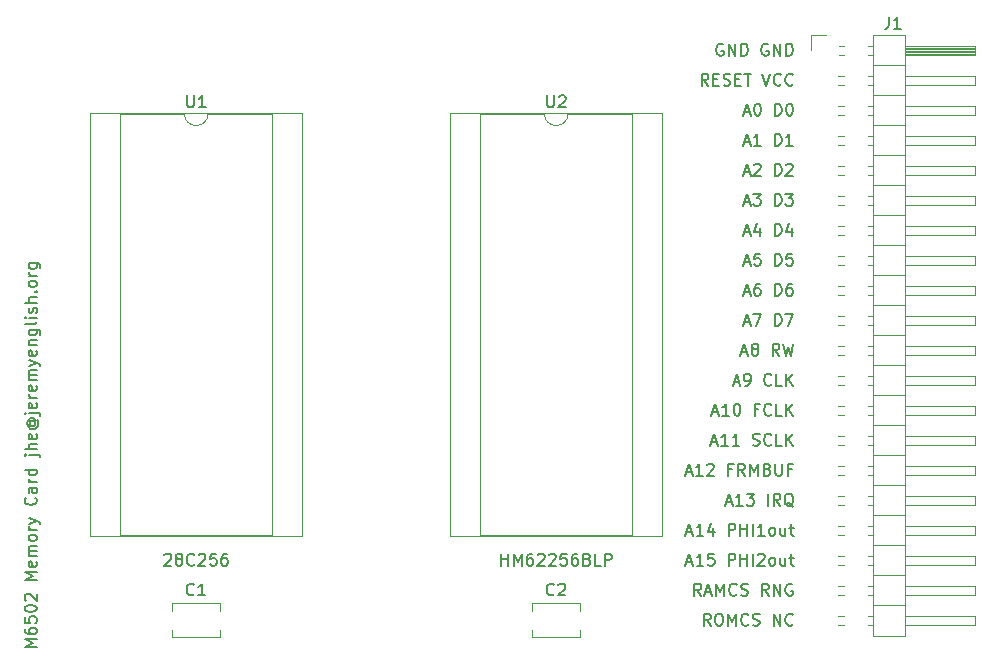
<source format=gto>
G04 #@! TF.GenerationSoftware,KiCad,Pcbnew,(5.1.12)-1*
G04 #@! TF.CreationDate,2022-10-05T17:57:38-05:00*
G04 #@! TF.ProjectId,memory,6d656d6f-7279-42e6-9b69-6361645f7063,rev?*
G04 #@! TF.SameCoordinates,Original*
G04 #@! TF.FileFunction,Legend,Top*
G04 #@! TF.FilePolarity,Positive*
%FSLAX46Y46*%
G04 Gerber Fmt 4.6, Leading zero omitted, Abs format (unit mm)*
G04 Created by KiCad (PCBNEW (5.1.12)-1) date 2022-10-05 17:57:38*
%MOMM*%
%LPD*%
G01*
G04 APERTURE LIST*
%ADD10C,0.150000*%
%ADD11C,0.120000*%
%ADD12C,1.600000*%
%ADD13O,1.700000X1.700000*%
%ADD14R,1.700000X1.700000*%
%ADD15R,1.600000X1.600000*%
%ADD16O,1.600000X1.600000*%
G04 APERTURE END LIST*
D10*
X165479642Y-95702380D02*
X165146309Y-95226190D01*
X164908214Y-95702380D02*
X164908214Y-94702380D01*
X165289166Y-94702380D01*
X165384404Y-94750000D01*
X165432023Y-94797619D01*
X165479642Y-94892857D01*
X165479642Y-95035714D01*
X165432023Y-95130952D01*
X165384404Y-95178571D01*
X165289166Y-95226190D01*
X164908214Y-95226190D01*
X166098690Y-94702380D02*
X166289166Y-94702380D01*
X166384404Y-94750000D01*
X166479642Y-94845238D01*
X166527261Y-95035714D01*
X166527261Y-95369047D01*
X166479642Y-95559523D01*
X166384404Y-95654761D01*
X166289166Y-95702380D01*
X166098690Y-95702380D01*
X166003452Y-95654761D01*
X165908214Y-95559523D01*
X165860595Y-95369047D01*
X165860595Y-95035714D01*
X165908214Y-94845238D01*
X166003452Y-94750000D01*
X166098690Y-94702380D01*
X166955833Y-95702380D02*
X166955833Y-94702380D01*
X167289166Y-95416666D01*
X167622500Y-94702380D01*
X167622500Y-95702380D01*
X168670119Y-95607142D02*
X168622500Y-95654761D01*
X168479642Y-95702380D01*
X168384404Y-95702380D01*
X168241547Y-95654761D01*
X168146309Y-95559523D01*
X168098690Y-95464285D01*
X168051071Y-95273809D01*
X168051071Y-95130952D01*
X168098690Y-94940476D01*
X168146309Y-94845238D01*
X168241547Y-94750000D01*
X168384404Y-94702380D01*
X168479642Y-94702380D01*
X168622500Y-94750000D01*
X168670119Y-94797619D01*
X169051071Y-95654761D02*
X169193928Y-95702380D01*
X169432023Y-95702380D01*
X169527261Y-95654761D01*
X169574880Y-95607142D01*
X169622500Y-95511904D01*
X169622500Y-95416666D01*
X169574880Y-95321428D01*
X169527261Y-95273809D01*
X169432023Y-95226190D01*
X169241547Y-95178571D01*
X169146309Y-95130952D01*
X169098690Y-95083333D01*
X169051071Y-94988095D01*
X169051071Y-94892857D01*
X169098690Y-94797619D01*
X169146309Y-94750000D01*
X169241547Y-94702380D01*
X169479642Y-94702380D01*
X169622500Y-94750000D01*
X170812976Y-95702380D02*
X170812976Y-94702380D01*
X171384404Y-95702380D01*
X171384404Y-94702380D01*
X172432023Y-95607142D02*
X172384404Y-95654761D01*
X172241547Y-95702380D01*
X172146309Y-95702380D01*
X172003452Y-95654761D01*
X171908214Y-95559523D01*
X171860595Y-95464285D01*
X171812976Y-95273809D01*
X171812976Y-95130952D01*
X171860595Y-94940476D01*
X171908214Y-94845238D01*
X172003452Y-94750000D01*
X172146309Y-94702380D01*
X172241547Y-94702380D01*
X172384404Y-94750000D01*
X172432023Y-94797619D01*
X164670119Y-93162380D02*
X164336785Y-92686190D01*
X164098690Y-93162380D02*
X164098690Y-92162380D01*
X164479642Y-92162380D01*
X164574880Y-92210000D01*
X164622500Y-92257619D01*
X164670119Y-92352857D01*
X164670119Y-92495714D01*
X164622500Y-92590952D01*
X164574880Y-92638571D01*
X164479642Y-92686190D01*
X164098690Y-92686190D01*
X165051071Y-92876666D02*
X165527261Y-92876666D01*
X164955833Y-93162380D02*
X165289166Y-92162380D01*
X165622500Y-93162380D01*
X165955833Y-93162380D02*
X165955833Y-92162380D01*
X166289166Y-92876666D01*
X166622500Y-92162380D01*
X166622500Y-93162380D01*
X167670119Y-93067142D02*
X167622500Y-93114761D01*
X167479642Y-93162380D01*
X167384404Y-93162380D01*
X167241547Y-93114761D01*
X167146309Y-93019523D01*
X167098690Y-92924285D01*
X167051071Y-92733809D01*
X167051071Y-92590952D01*
X167098690Y-92400476D01*
X167146309Y-92305238D01*
X167241547Y-92210000D01*
X167384404Y-92162380D01*
X167479642Y-92162380D01*
X167622500Y-92210000D01*
X167670119Y-92257619D01*
X168051071Y-93114761D02*
X168193928Y-93162380D01*
X168432023Y-93162380D01*
X168527261Y-93114761D01*
X168574880Y-93067142D01*
X168622500Y-92971904D01*
X168622500Y-92876666D01*
X168574880Y-92781428D01*
X168527261Y-92733809D01*
X168432023Y-92686190D01*
X168241547Y-92638571D01*
X168146309Y-92590952D01*
X168098690Y-92543333D01*
X168051071Y-92448095D01*
X168051071Y-92352857D01*
X168098690Y-92257619D01*
X168146309Y-92210000D01*
X168241547Y-92162380D01*
X168479642Y-92162380D01*
X168622500Y-92210000D01*
X170384404Y-93162380D02*
X170051071Y-92686190D01*
X169812976Y-93162380D02*
X169812976Y-92162380D01*
X170193928Y-92162380D01*
X170289166Y-92210000D01*
X170336785Y-92257619D01*
X170384404Y-92352857D01*
X170384404Y-92495714D01*
X170336785Y-92590952D01*
X170289166Y-92638571D01*
X170193928Y-92686190D01*
X169812976Y-92686190D01*
X170812976Y-93162380D02*
X170812976Y-92162380D01*
X171384404Y-93162380D01*
X171384404Y-92162380D01*
X172384404Y-92210000D02*
X172289166Y-92162380D01*
X172146309Y-92162380D01*
X172003452Y-92210000D01*
X171908214Y-92305238D01*
X171860595Y-92400476D01*
X171812976Y-92590952D01*
X171812976Y-92733809D01*
X171860595Y-92924285D01*
X171908214Y-93019523D01*
X172003452Y-93114761D01*
X172146309Y-93162380D01*
X172241547Y-93162380D01*
X172384404Y-93114761D01*
X172432023Y-93067142D01*
X172432023Y-92733809D01*
X172241547Y-92733809D01*
X163432023Y-90336666D02*
X163908214Y-90336666D01*
X163336785Y-90622380D02*
X163670119Y-89622380D01*
X164003452Y-90622380D01*
X164860595Y-90622380D02*
X164289166Y-90622380D01*
X164574880Y-90622380D02*
X164574880Y-89622380D01*
X164479642Y-89765238D01*
X164384404Y-89860476D01*
X164289166Y-89908095D01*
X165765357Y-89622380D02*
X165289166Y-89622380D01*
X165241547Y-90098571D01*
X165289166Y-90050952D01*
X165384404Y-90003333D01*
X165622500Y-90003333D01*
X165717738Y-90050952D01*
X165765357Y-90098571D01*
X165812976Y-90193809D01*
X165812976Y-90431904D01*
X165765357Y-90527142D01*
X165717738Y-90574761D01*
X165622500Y-90622380D01*
X165384404Y-90622380D01*
X165289166Y-90574761D01*
X165241547Y-90527142D01*
X167003452Y-90622380D02*
X167003452Y-89622380D01*
X167384404Y-89622380D01*
X167479642Y-89670000D01*
X167527261Y-89717619D01*
X167574880Y-89812857D01*
X167574880Y-89955714D01*
X167527261Y-90050952D01*
X167479642Y-90098571D01*
X167384404Y-90146190D01*
X167003452Y-90146190D01*
X168003452Y-90622380D02*
X168003452Y-89622380D01*
X168003452Y-90098571D02*
X168574880Y-90098571D01*
X168574880Y-90622380D02*
X168574880Y-89622380D01*
X169051071Y-90622380D02*
X169051071Y-89622380D01*
X169479642Y-89717619D02*
X169527261Y-89670000D01*
X169622500Y-89622380D01*
X169860595Y-89622380D01*
X169955833Y-89670000D01*
X170003452Y-89717619D01*
X170051071Y-89812857D01*
X170051071Y-89908095D01*
X170003452Y-90050952D01*
X169432023Y-90622380D01*
X170051071Y-90622380D01*
X170622500Y-90622380D02*
X170527261Y-90574761D01*
X170479642Y-90527142D01*
X170432023Y-90431904D01*
X170432023Y-90146190D01*
X170479642Y-90050952D01*
X170527261Y-90003333D01*
X170622500Y-89955714D01*
X170765357Y-89955714D01*
X170860595Y-90003333D01*
X170908214Y-90050952D01*
X170955833Y-90146190D01*
X170955833Y-90431904D01*
X170908214Y-90527142D01*
X170860595Y-90574761D01*
X170765357Y-90622380D01*
X170622500Y-90622380D01*
X171812976Y-89955714D02*
X171812976Y-90622380D01*
X171384404Y-89955714D02*
X171384404Y-90479523D01*
X171432023Y-90574761D01*
X171527261Y-90622380D01*
X171670119Y-90622380D01*
X171765357Y-90574761D01*
X171812976Y-90527142D01*
X172146309Y-89955714D02*
X172527261Y-89955714D01*
X172289166Y-89622380D02*
X172289166Y-90479523D01*
X172336785Y-90574761D01*
X172432023Y-90622380D01*
X172527261Y-90622380D01*
X163432023Y-87796666D02*
X163908214Y-87796666D01*
X163336785Y-88082380D02*
X163670119Y-87082380D01*
X164003452Y-88082380D01*
X164860595Y-88082380D02*
X164289166Y-88082380D01*
X164574880Y-88082380D02*
X164574880Y-87082380D01*
X164479642Y-87225238D01*
X164384404Y-87320476D01*
X164289166Y-87368095D01*
X165717738Y-87415714D02*
X165717738Y-88082380D01*
X165479642Y-87034761D02*
X165241547Y-87749047D01*
X165860595Y-87749047D01*
X167003452Y-88082380D02*
X167003452Y-87082380D01*
X167384404Y-87082380D01*
X167479642Y-87130000D01*
X167527261Y-87177619D01*
X167574880Y-87272857D01*
X167574880Y-87415714D01*
X167527261Y-87510952D01*
X167479642Y-87558571D01*
X167384404Y-87606190D01*
X167003452Y-87606190D01*
X168003452Y-88082380D02*
X168003452Y-87082380D01*
X168003452Y-87558571D02*
X168574880Y-87558571D01*
X168574880Y-88082380D02*
X168574880Y-87082380D01*
X169051071Y-88082380D02*
X169051071Y-87082380D01*
X170051071Y-88082380D02*
X169479642Y-88082380D01*
X169765357Y-88082380D02*
X169765357Y-87082380D01*
X169670119Y-87225238D01*
X169574880Y-87320476D01*
X169479642Y-87368095D01*
X170622500Y-88082380D02*
X170527261Y-88034761D01*
X170479642Y-87987142D01*
X170432023Y-87891904D01*
X170432023Y-87606190D01*
X170479642Y-87510952D01*
X170527261Y-87463333D01*
X170622500Y-87415714D01*
X170765357Y-87415714D01*
X170860595Y-87463333D01*
X170908214Y-87510952D01*
X170955833Y-87606190D01*
X170955833Y-87891904D01*
X170908214Y-87987142D01*
X170860595Y-88034761D01*
X170765357Y-88082380D01*
X170622500Y-88082380D01*
X171812976Y-87415714D02*
X171812976Y-88082380D01*
X171384404Y-87415714D02*
X171384404Y-87939523D01*
X171432023Y-88034761D01*
X171527261Y-88082380D01*
X171670119Y-88082380D01*
X171765357Y-88034761D01*
X171812976Y-87987142D01*
X172146309Y-87415714D02*
X172527261Y-87415714D01*
X172289166Y-87082380D02*
X172289166Y-87939523D01*
X172336785Y-88034761D01*
X172432023Y-88082380D01*
X172527261Y-88082380D01*
X166765357Y-85256666D02*
X167241547Y-85256666D01*
X166670119Y-85542380D02*
X167003452Y-84542380D01*
X167336785Y-85542380D01*
X168193928Y-85542380D02*
X167622500Y-85542380D01*
X167908214Y-85542380D02*
X167908214Y-84542380D01*
X167812976Y-84685238D01*
X167717738Y-84780476D01*
X167622500Y-84828095D01*
X168527261Y-84542380D02*
X169146309Y-84542380D01*
X168812976Y-84923333D01*
X168955833Y-84923333D01*
X169051071Y-84970952D01*
X169098690Y-85018571D01*
X169146309Y-85113809D01*
X169146309Y-85351904D01*
X169098690Y-85447142D01*
X169051071Y-85494761D01*
X168955833Y-85542380D01*
X168670119Y-85542380D01*
X168574880Y-85494761D01*
X168527261Y-85447142D01*
X170336785Y-85542380D02*
X170336785Y-84542380D01*
X171384404Y-85542380D02*
X171051071Y-85066190D01*
X170812976Y-85542380D02*
X170812976Y-84542380D01*
X171193928Y-84542380D01*
X171289166Y-84590000D01*
X171336785Y-84637619D01*
X171384404Y-84732857D01*
X171384404Y-84875714D01*
X171336785Y-84970952D01*
X171289166Y-85018571D01*
X171193928Y-85066190D01*
X170812976Y-85066190D01*
X172479642Y-85637619D02*
X172384404Y-85590000D01*
X172289166Y-85494761D01*
X172146309Y-85351904D01*
X172051071Y-85304285D01*
X171955833Y-85304285D01*
X172003452Y-85542380D02*
X171908214Y-85494761D01*
X171812976Y-85399523D01*
X171765357Y-85209047D01*
X171765357Y-84875714D01*
X171812976Y-84685238D01*
X171908214Y-84590000D01*
X172003452Y-84542380D01*
X172193928Y-84542380D01*
X172289166Y-84590000D01*
X172384404Y-84685238D01*
X172432023Y-84875714D01*
X172432023Y-85209047D01*
X172384404Y-85399523D01*
X172289166Y-85494761D01*
X172193928Y-85542380D01*
X172003452Y-85542380D01*
X163384404Y-82716666D02*
X163860595Y-82716666D01*
X163289166Y-83002380D02*
X163622500Y-82002380D01*
X163955833Y-83002380D01*
X164812976Y-83002380D02*
X164241547Y-83002380D01*
X164527261Y-83002380D02*
X164527261Y-82002380D01*
X164432023Y-82145238D01*
X164336785Y-82240476D01*
X164241547Y-82288095D01*
X165193928Y-82097619D02*
X165241547Y-82050000D01*
X165336785Y-82002380D01*
X165574880Y-82002380D01*
X165670119Y-82050000D01*
X165717738Y-82097619D01*
X165765357Y-82192857D01*
X165765357Y-82288095D01*
X165717738Y-82430952D01*
X165146309Y-83002380D01*
X165765357Y-83002380D01*
X167289166Y-82478571D02*
X166955833Y-82478571D01*
X166955833Y-83002380D02*
X166955833Y-82002380D01*
X167432023Y-82002380D01*
X168384404Y-83002380D02*
X168051071Y-82526190D01*
X167812976Y-83002380D02*
X167812976Y-82002380D01*
X168193928Y-82002380D01*
X168289166Y-82050000D01*
X168336785Y-82097619D01*
X168384404Y-82192857D01*
X168384404Y-82335714D01*
X168336785Y-82430952D01*
X168289166Y-82478571D01*
X168193928Y-82526190D01*
X167812976Y-82526190D01*
X168812976Y-83002380D02*
X168812976Y-82002380D01*
X169146309Y-82716666D01*
X169479642Y-82002380D01*
X169479642Y-83002380D01*
X170289166Y-82478571D02*
X170432023Y-82526190D01*
X170479642Y-82573809D01*
X170527261Y-82669047D01*
X170527261Y-82811904D01*
X170479642Y-82907142D01*
X170432023Y-82954761D01*
X170336785Y-83002380D01*
X169955833Y-83002380D01*
X169955833Y-82002380D01*
X170289166Y-82002380D01*
X170384404Y-82050000D01*
X170432023Y-82097619D01*
X170479642Y-82192857D01*
X170479642Y-82288095D01*
X170432023Y-82383333D01*
X170384404Y-82430952D01*
X170289166Y-82478571D01*
X169955833Y-82478571D01*
X170955833Y-82002380D02*
X170955833Y-82811904D01*
X171003452Y-82907142D01*
X171051071Y-82954761D01*
X171146309Y-83002380D01*
X171336785Y-83002380D01*
X171432023Y-82954761D01*
X171479642Y-82907142D01*
X171527261Y-82811904D01*
X171527261Y-82002380D01*
X172336785Y-82478571D02*
X172003452Y-82478571D01*
X172003452Y-83002380D02*
X172003452Y-82002380D01*
X172479642Y-82002380D01*
X165527261Y-80176666D02*
X166003452Y-80176666D01*
X165432023Y-80462380D02*
X165765357Y-79462380D01*
X166098690Y-80462380D01*
X166955833Y-80462380D02*
X166384404Y-80462380D01*
X166670119Y-80462380D02*
X166670119Y-79462380D01*
X166574880Y-79605238D01*
X166479642Y-79700476D01*
X166384404Y-79748095D01*
X167908214Y-80462380D02*
X167336785Y-80462380D01*
X167622500Y-80462380D02*
X167622500Y-79462380D01*
X167527261Y-79605238D01*
X167432023Y-79700476D01*
X167336785Y-79748095D01*
X169051071Y-80414761D02*
X169193928Y-80462380D01*
X169432023Y-80462380D01*
X169527261Y-80414761D01*
X169574880Y-80367142D01*
X169622500Y-80271904D01*
X169622500Y-80176666D01*
X169574880Y-80081428D01*
X169527261Y-80033809D01*
X169432023Y-79986190D01*
X169241547Y-79938571D01*
X169146309Y-79890952D01*
X169098690Y-79843333D01*
X169051071Y-79748095D01*
X169051071Y-79652857D01*
X169098690Y-79557619D01*
X169146309Y-79510000D01*
X169241547Y-79462380D01*
X169479642Y-79462380D01*
X169622500Y-79510000D01*
X170622500Y-80367142D02*
X170574880Y-80414761D01*
X170432023Y-80462380D01*
X170336785Y-80462380D01*
X170193928Y-80414761D01*
X170098690Y-80319523D01*
X170051071Y-80224285D01*
X170003452Y-80033809D01*
X170003452Y-79890952D01*
X170051071Y-79700476D01*
X170098690Y-79605238D01*
X170193928Y-79510000D01*
X170336785Y-79462380D01*
X170432023Y-79462380D01*
X170574880Y-79510000D01*
X170622500Y-79557619D01*
X171527261Y-80462380D02*
X171051071Y-80462380D01*
X171051071Y-79462380D01*
X171860595Y-80462380D02*
X171860595Y-79462380D01*
X172432023Y-80462380D02*
X172003452Y-79890952D01*
X172432023Y-79462380D02*
X171860595Y-80033809D01*
X165622500Y-77636666D02*
X166098690Y-77636666D01*
X165527261Y-77922380D02*
X165860595Y-76922380D01*
X166193928Y-77922380D01*
X167051071Y-77922380D02*
X166479642Y-77922380D01*
X166765357Y-77922380D02*
X166765357Y-76922380D01*
X166670119Y-77065238D01*
X166574880Y-77160476D01*
X166479642Y-77208095D01*
X167670119Y-76922380D02*
X167765357Y-76922380D01*
X167860595Y-76970000D01*
X167908214Y-77017619D01*
X167955833Y-77112857D01*
X168003452Y-77303333D01*
X168003452Y-77541428D01*
X167955833Y-77731904D01*
X167908214Y-77827142D01*
X167860595Y-77874761D01*
X167765357Y-77922380D01*
X167670119Y-77922380D01*
X167574880Y-77874761D01*
X167527261Y-77827142D01*
X167479642Y-77731904D01*
X167432023Y-77541428D01*
X167432023Y-77303333D01*
X167479642Y-77112857D01*
X167527261Y-77017619D01*
X167574880Y-76970000D01*
X167670119Y-76922380D01*
X169527261Y-77398571D02*
X169193928Y-77398571D01*
X169193928Y-77922380D02*
X169193928Y-76922380D01*
X169670119Y-76922380D01*
X170622500Y-77827142D02*
X170574880Y-77874761D01*
X170432023Y-77922380D01*
X170336785Y-77922380D01*
X170193928Y-77874761D01*
X170098690Y-77779523D01*
X170051071Y-77684285D01*
X170003452Y-77493809D01*
X170003452Y-77350952D01*
X170051071Y-77160476D01*
X170098690Y-77065238D01*
X170193928Y-76970000D01*
X170336785Y-76922380D01*
X170432023Y-76922380D01*
X170574880Y-76970000D01*
X170622500Y-77017619D01*
X171527261Y-77922380D02*
X171051071Y-77922380D01*
X171051071Y-76922380D01*
X171860595Y-77922380D02*
X171860595Y-76922380D01*
X172432023Y-77922380D02*
X172003452Y-77350952D01*
X172432023Y-76922380D02*
X171860595Y-77493809D01*
X167432023Y-75096666D02*
X167908214Y-75096666D01*
X167336785Y-75382380D02*
X167670119Y-74382380D01*
X168003452Y-75382380D01*
X168384404Y-75382380D02*
X168574880Y-75382380D01*
X168670119Y-75334761D01*
X168717738Y-75287142D01*
X168812976Y-75144285D01*
X168860595Y-74953809D01*
X168860595Y-74572857D01*
X168812976Y-74477619D01*
X168765357Y-74430000D01*
X168670119Y-74382380D01*
X168479642Y-74382380D01*
X168384404Y-74430000D01*
X168336785Y-74477619D01*
X168289166Y-74572857D01*
X168289166Y-74810952D01*
X168336785Y-74906190D01*
X168384404Y-74953809D01*
X168479642Y-75001428D01*
X168670119Y-75001428D01*
X168765357Y-74953809D01*
X168812976Y-74906190D01*
X168860595Y-74810952D01*
X170622500Y-75287142D02*
X170574880Y-75334761D01*
X170432023Y-75382380D01*
X170336785Y-75382380D01*
X170193928Y-75334761D01*
X170098690Y-75239523D01*
X170051071Y-75144285D01*
X170003452Y-74953809D01*
X170003452Y-74810952D01*
X170051071Y-74620476D01*
X170098690Y-74525238D01*
X170193928Y-74430000D01*
X170336785Y-74382380D01*
X170432023Y-74382380D01*
X170574880Y-74430000D01*
X170622500Y-74477619D01*
X171527261Y-75382380D02*
X171051071Y-75382380D01*
X171051071Y-74382380D01*
X171860595Y-75382380D02*
X171860595Y-74382380D01*
X172432023Y-75382380D02*
X172003452Y-74810952D01*
X172432023Y-74382380D02*
X171860595Y-74953809D01*
X168098690Y-72556666D02*
X168574880Y-72556666D01*
X168003452Y-72842380D02*
X168336785Y-71842380D01*
X168670119Y-72842380D01*
X169146309Y-72270952D02*
X169051071Y-72223333D01*
X169003452Y-72175714D01*
X168955833Y-72080476D01*
X168955833Y-72032857D01*
X169003452Y-71937619D01*
X169051071Y-71890000D01*
X169146309Y-71842380D01*
X169336785Y-71842380D01*
X169432023Y-71890000D01*
X169479642Y-71937619D01*
X169527261Y-72032857D01*
X169527261Y-72080476D01*
X169479642Y-72175714D01*
X169432023Y-72223333D01*
X169336785Y-72270952D01*
X169146309Y-72270952D01*
X169051071Y-72318571D01*
X169003452Y-72366190D01*
X168955833Y-72461428D01*
X168955833Y-72651904D01*
X169003452Y-72747142D01*
X169051071Y-72794761D01*
X169146309Y-72842380D01*
X169336785Y-72842380D01*
X169432023Y-72794761D01*
X169479642Y-72747142D01*
X169527261Y-72651904D01*
X169527261Y-72461428D01*
X169479642Y-72366190D01*
X169432023Y-72318571D01*
X169336785Y-72270952D01*
X171289166Y-72842380D02*
X170955833Y-72366190D01*
X170717738Y-72842380D02*
X170717738Y-71842380D01*
X171098690Y-71842380D01*
X171193928Y-71890000D01*
X171241547Y-71937619D01*
X171289166Y-72032857D01*
X171289166Y-72175714D01*
X171241547Y-72270952D01*
X171193928Y-72318571D01*
X171098690Y-72366190D01*
X170717738Y-72366190D01*
X171622500Y-71842380D02*
X171860595Y-72842380D01*
X172051071Y-72128095D01*
X172241547Y-72842380D01*
X172479642Y-71842380D01*
X168289166Y-70016666D02*
X168765357Y-70016666D01*
X168193928Y-70302380D02*
X168527261Y-69302380D01*
X168860595Y-70302380D01*
X169098690Y-69302380D02*
X169765357Y-69302380D01*
X169336785Y-70302380D01*
X170908214Y-70302380D02*
X170908214Y-69302380D01*
X171146309Y-69302380D01*
X171289166Y-69350000D01*
X171384404Y-69445238D01*
X171432023Y-69540476D01*
X171479642Y-69730952D01*
X171479642Y-69873809D01*
X171432023Y-70064285D01*
X171384404Y-70159523D01*
X171289166Y-70254761D01*
X171146309Y-70302380D01*
X170908214Y-70302380D01*
X171812976Y-69302380D02*
X172479642Y-69302380D01*
X172051071Y-70302380D01*
X168289166Y-67476666D02*
X168765357Y-67476666D01*
X168193928Y-67762380D02*
X168527261Y-66762380D01*
X168860595Y-67762380D01*
X169622500Y-66762380D02*
X169432023Y-66762380D01*
X169336785Y-66810000D01*
X169289166Y-66857619D01*
X169193928Y-67000476D01*
X169146309Y-67190952D01*
X169146309Y-67571904D01*
X169193928Y-67667142D01*
X169241547Y-67714761D01*
X169336785Y-67762380D01*
X169527261Y-67762380D01*
X169622500Y-67714761D01*
X169670119Y-67667142D01*
X169717738Y-67571904D01*
X169717738Y-67333809D01*
X169670119Y-67238571D01*
X169622500Y-67190952D01*
X169527261Y-67143333D01*
X169336785Y-67143333D01*
X169241547Y-67190952D01*
X169193928Y-67238571D01*
X169146309Y-67333809D01*
X170908214Y-67762380D02*
X170908214Y-66762380D01*
X171146309Y-66762380D01*
X171289166Y-66810000D01*
X171384404Y-66905238D01*
X171432023Y-67000476D01*
X171479642Y-67190952D01*
X171479642Y-67333809D01*
X171432023Y-67524285D01*
X171384404Y-67619523D01*
X171289166Y-67714761D01*
X171146309Y-67762380D01*
X170908214Y-67762380D01*
X172336785Y-66762380D02*
X172146309Y-66762380D01*
X172051071Y-66810000D01*
X172003452Y-66857619D01*
X171908214Y-67000476D01*
X171860595Y-67190952D01*
X171860595Y-67571904D01*
X171908214Y-67667142D01*
X171955833Y-67714761D01*
X172051071Y-67762380D01*
X172241547Y-67762380D01*
X172336785Y-67714761D01*
X172384404Y-67667142D01*
X172432023Y-67571904D01*
X172432023Y-67333809D01*
X172384404Y-67238571D01*
X172336785Y-67190952D01*
X172241547Y-67143333D01*
X172051071Y-67143333D01*
X171955833Y-67190952D01*
X171908214Y-67238571D01*
X171860595Y-67333809D01*
X168289166Y-64936666D02*
X168765357Y-64936666D01*
X168193928Y-65222380D02*
X168527261Y-64222380D01*
X168860595Y-65222380D01*
X169670119Y-64222380D02*
X169193928Y-64222380D01*
X169146309Y-64698571D01*
X169193928Y-64650952D01*
X169289166Y-64603333D01*
X169527261Y-64603333D01*
X169622500Y-64650952D01*
X169670119Y-64698571D01*
X169717738Y-64793809D01*
X169717738Y-65031904D01*
X169670119Y-65127142D01*
X169622500Y-65174761D01*
X169527261Y-65222380D01*
X169289166Y-65222380D01*
X169193928Y-65174761D01*
X169146309Y-65127142D01*
X170908214Y-65222380D02*
X170908214Y-64222380D01*
X171146309Y-64222380D01*
X171289166Y-64270000D01*
X171384404Y-64365238D01*
X171432023Y-64460476D01*
X171479642Y-64650952D01*
X171479642Y-64793809D01*
X171432023Y-64984285D01*
X171384404Y-65079523D01*
X171289166Y-65174761D01*
X171146309Y-65222380D01*
X170908214Y-65222380D01*
X172384404Y-64222380D02*
X171908214Y-64222380D01*
X171860595Y-64698571D01*
X171908214Y-64650952D01*
X172003452Y-64603333D01*
X172241547Y-64603333D01*
X172336785Y-64650952D01*
X172384404Y-64698571D01*
X172432023Y-64793809D01*
X172432023Y-65031904D01*
X172384404Y-65127142D01*
X172336785Y-65174761D01*
X172241547Y-65222380D01*
X172003452Y-65222380D01*
X171908214Y-65174761D01*
X171860595Y-65127142D01*
X168289166Y-62396666D02*
X168765357Y-62396666D01*
X168193928Y-62682380D02*
X168527261Y-61682380D01*
X168860595Y-62682380D01*
X169622500Y-62015714D02*
X169622500Y-62682380D01*
X169384404Y-61634761D02*
X169146309Y-62349047D01*
X169765357Y-62349047D01*
X170908214Y-62682380D02*
X170908214Y-61682380D01*
X171146309Y-61682380D01*
X171289166Y-61730000D01*
X171384404Y-61825238D01*
X171432023Y-61920476D01*
X171479642Y-62110952D01*
X171479642Y-62253809D01*
X171432023Y-62444285D01*
X171384404Y-62539523D01*
X171289166Y-62634761D01*
X171146309Y-62682380D01*
X170908214Y-62682380D01*
X172336785Y-62015714D02*
X172336785Y-62682380D01*
X172098690Y-61634761D02*
X171860595Y-62349047D01*
X172479642Y-62349047D01*
X168289166Y-59856666D02*
X168765357Y-59856666D01*
X168193928Y-60142380D02*
X168527261Y-59142380D01*
X168860595Y-60142380D01*
X169098690Y-59142380D02*
X169717738Y-59142380D01*
X169384404Y-59523333D01*
X169527261Y-59523333D01*
X169622500Y-59570952D01*
X169670119Y-59618571D01*
X169717738Y-59713809D01*
X169717738Y-59951904D01*
X169670119Y-60047142D01*
X169622500Y-60094761D01*
X169527261Y-60142380D01*
X169241547Y-60142380D01*
X169146309Y-60094761D01*
X169098690Y-60047142D01*
X170908214Y-60142380D02*
X170908214Y-59142380D01*
X171146309Y-59142380D01*
X171289166Y-59190000D01*
X171384404Y-59285238D01*
X171432023Y-59380476D01*
X171479642Y-59570952D01*
X171479642Y-59713809D01*
X171432023Y-59904285D01*
X171384404Y-59999523D01*
X171289166Y-60094761D01*
X171146309Y-60142380D01*
X170908214Y-60142380D01*
X171812976Y-59142380D02*
X172432023Y-59142380D01*
X172098690Y-59523333D01*
X172241547Y-59523333D01*
X172336785Y-59570952D01*
X172384404Y-59618571D01*
X172432023Y-59713809D01*
X172432023Y-59951904D01*
X172384404Y-60047142D01*
X172336785Y-60094761D01*
X172241547Y-60142380D01*
X171955833Y-60142380D01*
X171860595Y-60094761D01*
X171812976Y-60047142D01*
X168289166Y-57316666D02*
X168765357Y-57316666D01*
X168193928Y-57602380D02*
X168527261Y-56602380D01*
X168860595Y-57602380D01*
X169146309Y-56697619D02*
X169193928Y-56650000D01*
X169289166Y-56602380D01*
X169527261Y-56602380D01*
X169622500Y-56650000D01*
X169670119Y-56697619D01*
X169717738Y-56792857D01*
X169717738Y-56888095D01*
X169670119Y-57030952D01*
X169098690Y-57602380D01*
X169717738Y-57602380D01*
X170908214Y-57602380D02*
X170908214Y-56602380D01*
X171146309Y-56602380D01*
X171289166Y-56650000D01*
X171384404Y-56745238D01*
X171432023Y-56840476D01*
X171479642Y-57030952D01*
X171479642Y-57173809D01*
X171432023Y-57364285D01*
X171384404Y-57459523D01*
X171289166Y-57554761D01*
X171146309Y-57602380D01*
X170908214Y-57602380D01*
X171860595Y-56697619D02*
X171908214Y-56650000D01*
X172003452Y-56602380D01*
X172241547Y-56602380D01*
X172336785Y-56650000D01*
X172384404Y-56697619D01*
X172432023Y-56792857D01*
X172432023Y-56888095D01*
X172384404Y-57030952D01*
X171812976Y-57602380D01*
X172432023Y-57602380D01*
X168289166Y-54776666D02*
X168765357Y-54776666D01*
X168193928Y-55062380D02*
X168527261Y-54062380D01*
X168860595Y-55062380D01*
X169717738Y-55062380D02*
X169146309Y-55062380D01*
X169432023Y-55062380D02*
X169432023Y-54062380D01*
X169336785Y-54205238D01*
X169241547Y-54300476D01*
X169146309Y-54348095D01*
X170908214Y-55062380D02*
X170908214Y-54062380D01*
X171146309Y-54062380D01*
X171289166Y-54110000D01*
X171384404Y-54205238D01*
X171432023Y-54300476D01*
X171479642Y-54490952D01*
X171479642Y-54633809D01*
X171432023Y-54824285D01*
X171384404Y-54919523D01*
X171289166Y-55014761D01*
X171146309Y-55062380D01*
X170908214Y-55062380D01*
X172432023Y-55062380D02*
X171860595Y-55062380D01*
X172146309Y-55062380D02*
X172146309Y-54062380D01*
X172051071Y-54205238D01*
X171955833Y-54300476D01*
X171860595Y-54348095D01*
X168289166Y-52236666D02*
X168765357Y-52236666D01*
X168193928Y-52522380D02*
X168527261Y-51522380D01*
X168860595Y-52522380D01*
X169384404Y-51522380D02*
X169479642Y-51522380D01*
X169574880Y-51570000D01*
X169622500Y-51617619D01*
X169670119Y-51712857D01*
X169717738Y-51903333D01*
X169717738Y-52141428D01*
X169670119Y-52331904D01*
X169622500Y-52427142D01*
X169574880Y-52474761D01*
X169479642Y-52522380D01*
X169384404Y-52522380D01*
X169289166Y-52474761D01*
X169241547Y-52427142D01*
X169193928Y-52331904D01*
X169146309Y-52141428D01*
X169146309Y-51903333D01*
X169193928Y-51712857D01*
X169241547Y-51617619D01*
X169289166Y-51570000D01*
X169384404Y-51522380D01*
X170908214Y-52522380D02*
X170908214Y-51522380D01*
X171146309Y-51522380D01*
X171289166Y-51570000D01*
X171384404Y-51665238D01*
X171432023Y-51760476D01*
X171479642Y-51950952D01*
X171479642Y-52093809D01*
X171432023Y-52284285D01*
X171384404Y-52379523D01*
X171289166Y-52474761D01*
X171146309Y-52522380D01*
X170908214Y-52522380D01*
X172098690Y-51522380D02*
X172193928Y-51522380D01*
X172289166Y-51570000D01*
X172336785Y-51617619D01*
X172384404Y-51712857D01*
X172432023Y-51903333D01*
X172432023Y-52141428D01*
X172384404Y-52331904D01*
X172336785Y-52427142D01*
X172289166Y-52474761D01*
X172193928Y-52522380D01*
X172098690Y-52522380D01*
X172003452Y-52474761D01*
X171955833Y-52427142D01*
X171908214Y-52331904D01*
X171860595Y-52141428D01*
X171860595Y-51903333D01*
X171908214Y-51712857D01*
X171955833Y-51617619D01*
X172003452Y-51570000D01*
X172098690Y-51522380D01*
X165289166Y-49982380D02*
X164955833Y-49506190D01*
X164717738Y-49982380D02*
X164717738Y-48982380D01*
X165098690Y-48982380D01*
X165193928Y-49030000D01*
X165241547Y-49077619D01*
X165289166Y-49172857D01*
X165289166Y-49315714D01*
X165241547Y-49410952D01*
X165193928Y-49458571D01*
X165098690Y-49506190D01*
X164717738Y-49506190D01*
X165717738Y-49458571D02*
X166051071Y-49458571D01*
X166193928Y-49982380D02*
X165717738Y-49982380D01*
X165717738Y-48982380D01*
X166193928Y-48982380D01*
X166574880Y-49934761D02*
X166717738Y-49982380D01*
X166955833Y-49982380D01*
X167051071Y-49934761D01*
X167098690Y-49887142D01*
X167146309Y-49791904D01*
X167146309Y-49696666D01*
X167098690Y-49601428D01*
X167051071Y-49553809D01*
X166955833Y-49506190D01*
X166765357Y-49458571D01*
X166670119Y-49410952D01*
X166622500Y-49363333D01*
X166574880Y-49268095D01*
X166574880Y-49172857D01*
X166622500Y-49077619D01*
X166670119Y-49030000D01*
X166765357Y-48982380D01*
X167003452Y-48982380D01*
X167146309Y-49030000D01*
X167574880Y-49458571D02*
X167908214Y-49458571D01*
X168051071Y-49982380D02*
X167574880Y-49982380D01*
X167574880Y-48982380D01*
X168051071Y-48982380D01*
X168336785Y-48982380D02*
X168908214Y-48982380D01*
X168622500Y-49982380D02*
X168622500Y-48982380D01*
X169860595Y-48982380D02*
X170193928Y-49982380D01*
X170527261Y-48982380D01*
X171432023Y-49887142D02*
X171384404Y-49934761D01*
X171241547Y-49982380D01*
X171146309Y-49982380D01*
X171003452Y-49934761D01*
X170908214Y-49839523D01*
X170860595Y-49744285D01*
X170812976Y-49553809D01*
X170812976Y-49410952D01*
X170860595Y-49220476D01*
X170908214Y-49125238D01*
X171003452Y-49030000D01*
X171146309Y-48982380D01*
X171241547Y-48982380D01*
X171384404Y-49030000D01*
X171432023Y-49077619D01*
X172432023Y-49887142D02*
X172384404Y-49934761D01*
X172241547Y-49982380D01*
X172146309Y-49982380D01*
X172003452Y-49934761D01*
X171908214Y-49839523D01*
X171860595Y-49744285D01*
X171812976Y-49553809D01*
X171812976Y-49410952D01*
X171860595Y-49220476D01*
X171908214Y-49125238D01*
X172003452Y-49030000D01*
X172146309Y-48982380D01*
X172241547Y-48982380D01*
X172384404Y-49030000D01*
X172432023Y-49077619D01*
X166527261Y-46490000D02*
X166432023Y-46442380D01*
X166289166Y-46442380D01*
X166146309Y-46490000D01*
X166051071Y-46585238D01*
X166003452Y-46680476D01*
X165955833Y-46870952D01*
X165955833Y-47013809D01*
X166003452Y-47204285D01*
X166051071Y-47299523D01*
X166146309Y-47394761D01*
X166289166Y-47442380D01*
X166384404Y-47442380D01*
X166527261Y-47394761D01*
X166574880Y-47347142D01*
X166574880Y-47013809D01*
X166384404Y-47013809D01*
X167003452Y-47442380D02*
X167003452Y-46442380D01*
X167574880Y-47442380D01*
X167574880Y-46442380D01*
X168051071Y-47442380D02*
X168051071Y-46442380D01*
X168289166Y-46442380D01*
X168432023Y-46490000D01*
X168527261Y-46585238D01*
X168574880Y-46680476D01*
X168622500Y-46870952D01*
X168622500Y-47013809D01*
X168574880Y-47204285D01*
X168527261Y-47299523D01*
X168432023Y-47394761D01*
X168289166Y-47442380D01*
X168051071Y-47442380D01*
X170336785Y-46490000D02*
X170241547Y-46442380D01*
X170098690Y-46442380D01*
X169955833Y-46490000D01*
X169860595Y-46585238D01*
X169812976Y-46680476D01*
X169765357Y-46870952D01*
X169765357Y-47013809D01*
X169812976Y-47204285D01*
X169860595Y-47299523D01*
X169955833Y-47394761D01*
X170098690Y-47442380D01*
X170193928Y-47442380D01*
X170336785Y-47394761D01*
X170384404Y-47347142D01*
X170384404Y-47013809D01*
X170193928Y-47013809D01*
X170812976Y-47442380D02*
X170812976Y-46442380D01*
X171384404Y-47442380D01*
X171384404Y-46442380D01*
X171860595Y-47442380D02*
X171860595Y-46442380D01*
X172098690Y-46442380D01*
X172241547Y-46490000D01*
X172336785Y-46585238D01*
X172384404Y-46680476D01*
X172432023Y-46870952D01*
X172432023Y-47013809D01*
X172384404Y-47204285D01*
X172336785Y-47299523D01*
X172241547Y-47394761D01*
X172098690Y-47442380D01*
X171860595Y-47442380D01*
X147757142Y-90622380D02*
X147757142Y-89622380D01*
X147757142Y-90098571D02*
X148328571Y-90098571D01*
X148328571Y-90622380D02*
X148328571Y-89622380D01*
X148804761Y-90622380D02*
X148804761Y-89622380D01*
X149138095Y-90336666D01*
X149471428Y-89622380D01*
X149471428Y-90622380D01*
X150376190Y-89622380D02*
X150185714Y-89622380D01*
X150090476Y-89670000D01*
X150042857Y-89717619D01*
X149947619Y-89860476D01*
X149900000Y-90050952D01*
X149900000Y-90431904D01*
X149947619Y-90527142D01*
X149995238Y-90574761D01*
X150090476Y-90622380D01*
X150280952Y-90622380D01*
X150376190Y-90574761D01*
X150423809Y-90527142D01*
X150471428Y-90431904D01*
X150471428Y-90193809D01*
X150423809Y-90098571D01*
X150376190Y-90050952D01*
X150280952Y-90003333D01*
X150090476Y-90003333D01*
X149995238Y-90050952D01*
X149947619Y-90098571D01*
X149900000Y-90193809D01*
X150852380Y-89717619D02*
X150900000Y-89670000D01*
X150995238Y-89622380D01*
X151233333Y-89622380D01*
X151328571Y-89670000D01*
X151376190Y-89717619D01*
X151423809Y-89812857D01*
X151423809Y-89908095D01*
X151376190Y-90050952D01*
X150804761Y-90622380D01*
X151423809Y-90622380D01*
X151804761Y-89717619D02*
X151852380Y-89670000D01*
X151947619Y-89622380D01*
X152185714Y-89622380D01*
X152280952Y-89670000D01*
X152328571Y-89717619D01*
X152376190Y-89812857D01*
X152376190Y-89908095D01*
X152328571Y-90050952D01*
X151757142Y-90622380D01*
X152376190Y-90622380D01*
X153280952Y-89622380D02*
X152804761Y-89622380D01*
X152757142Y-90098571D01*
X152804761Y-90050952D01*
X152900000Y-90003333D01*
X153138095Y-90003333D01*
X153233333Y-90050952D01*
X153280952Y-90098571D01*
X153328571Y-90193809D01*
X153328571Y-90431904D01*
X153280952Y-90527142D01*
X153233333Y-90574761D01*
X153138095Y-90622380D01*
X152900000Y-90622380D01*
X152804761Y-90574761D01*
X152757142Y-90527142D01*
X154185714Y-89622380D02*
X153995238Y-89622380D01*
X153900000Y-89670000D01*
X153852380Y-89717619D01*
X153757142Y-89860476D01*
X153709523Y-90050952D01*
X153709523Y-90431904D01*
X153757142Y-90527142D01*
X153804761Y-90574761D01*
X153900000Y-90622380D01*
X154090476Y-90622380D01*
X154185714Y-90574761D01*
X154233333Y-90527142D01*
X154280952Y-90431904D01*
X154280952Y-90193809D01*
X154233333Y-90098571D01*
X154185714Y-90050952D01*
X154090476Y-90003333D01*
X153900000Y-90003333D01*
X153804761Y-90050952D01*
X153757142Y-90098571D01*
X153709523Y-90193809D01*
X155042857Y-90098571D02*
X155185714Y-90146190D01*
X155233333Y-90193809D01*
X155280952Y-90289047D01*
X155280952Y-90431904D01*
X155233333Y-90527142D01*
X155185714Y-90574761D01*
X155090476Y-90622380D01*
X154709523Y-90622380D01*
X154709523Y-89622380D01*
X155042857Y-89622380D01*
X155138095Y-89670000D01*
X155185714Y-89717619D01*
X155233333Y-89812857D01*
X155233333Y-89908095D01*
X155185714Y-90003333D01*
X155138095Y-90050952D01*
X155042857Y-90098571D01*
X154709523Y-90098571D01*
X156185714Y-90622380D02*
X155709523Y-90622380D01*
X155709523Y-89622380D01*
X156519047Y-90622380D02*
X156519047Y-89622380D01*
X156900000Y-89622380D01*
X156995238Y-89670000D01*
X157042857Y-89717619D01*
X157090476Y-89812857D01*
X157090476Y-89955714D01*
X157042857Y-90050952D01*
X156995238Y-90098571D01*
X156900000Y-90146190D01*
X156519047Y-90146190D01*
X119229523Y-89717619D02*
X119277142Y-89670000D01*
X119372380Y-89622380D01*
X119610476Y-89622380D01*
X119705714Y-89670000D01*
X119753333Y-89717619D01*
X119800952Y-89812857D01*
X119800952Y-89908095D01*
X119753333Y-90050952D01*
X119181904Y-90622380D01*
X119800952Y-90622380D01*
X120372380Y-90050952D02*
X120277142Y-90003333D01*
X120229523Y-89955714D01*
X120181904Y-89860476D01*
X120181904Y-89812857D01*
X120229523Y-89717619D01*
X120277142Y-89670000D01*
X120372380Y-89622380D01*
X120562857Y-89622380D01*
X120658095Y-89670000D01*
X120705714Y-89717619D01*
X120753333Y-89812857D01*
X120753333Y-89860476D01*
X120705714Y-89955714D01*
X120658095Y-90003333D01*
X120562857Y-90050952D01*
X120372380Y-90050952D01*
X120277142Y-90098571D01*
X120229523Y-90146190D01*
X120181904Y-90241428D01*
X120181904Y-90431904D01*
X120229523Y-90527142D01*
X120277142Y-90574761D01*
X120372380Y-90622380D01*
X120562857Y-90622380D01*
X120658095Y-90574761D01*
X120705714Y-90527142D01*
X120753333Y-90431904D01*
X120753333Y-90241428D01*
X120705714Y-90146190D01*
X120658095Y-90098571D01*
X120562857Y-90050952D01*
X121753333Y-90527142D02*
X121705714Y-90574761D01*
X121562857Y-90622380D01*
X121467619Y-90622380D01*
X121324761Y-90574761D01*
X121229523Y-90479523D01*
X121181904Y-90384285D01*
X121134285Y-90193809D01*
X121134285Y-90050952D01*
X121181904Y-89860476D01*
X121229523Y-89765238D01*
X121324761Y-89670000D01*
X121467619Y-89622380D01*
X121562857Y-89622380D01*
X121705714Y-89670000D01*
X121753333Y-89717619D01*
X122134285Y-89717619D02*
X122181904Y-89670000D01*
X122277142Y-89622380D01*
X122515238Y-89622380D01*
X122610476Y-89670000D01*
X122658095Y-89717619D01*
X122705714Y-89812857D01*
X122705714Y-89908095D01*
X122658095Y-90050952D01*
X122086666Y-90622380D01*
X122705714Y-90622380D01*
X123610476Y-89622380D02*
X123134285Y-89622380D01*
X123086666Y-90098571D01*
X123134285Y-90050952D01*
X123229523Y-90003333D01*
X123467619Y-90003333D01*
X123562857Y-90050952D01*
X123610476Y-90098571D01*
X123658095Y-90193809D01*
X123658095Y-90431904D01*
X123610476Y-90527142D01*
X123562857Y-90574761D01*
X123467619Y-90622380D01*
X123229523Y-90622380D01*
X123134285Y-90574761D01*
X123086666Y-90527142D01*
X124515238Y-89622380D02*
X124324761Y-89622380D01*
X124229523Y-89670000D01*
X124181904Y-89717619D01*
X124086666Y-89860476D01*
X124039047Y-90050952D01*
X124039047Y-90431904D01*
X124086666Y-90527142D01*
X124134285Y-90574761D01*
X124229523Y-90622380D01*
X124420000Y-90622380D01*
X124515238Y-90574761D01*
X124562857Y-90527142D01*
X124610476Y-90431904D01*
X124610476Y-90193809D01*
X124562857Y-90098571D01*
X124515238Y-90050952D01*
X124420000Y-90003333D01*
X124229523Y-90003333D01*
X124134285Y-90050952D01*
X124086666Y-90098571D01*
X124039047Y-90193809D01*
X108402380Y-97541904D02*
X107402380Y-97541904D01*
X108116666Y-97208571D01*
X107402380Y-96875238D01*
X108402380Y-96875238D01*
X107402380Y-95970476D02*
X107402380Y-96160952D01*
X107450000Y-96256190D01*
X107497619Y-96303809D01*
X107640476Y-96399047D01*
X107830952Y-96446666D01*
X108211904Y-96446666D01*
X108307142Y-96399047D01*
X108354761Y-96351428D01*
X108402380Y-96256190D01*
X108402380Y-96065714D01*
X108354761Y-95970476D01*
X108307142Y-95922857D01*
X108211904Y-95875238D01*
X107973809Y-95875238D01*
X107878571Y-95922857D01*
X107830952Y-95970476D01*
X107783333Y-96065714D01*
X107783333Y-96256190D01*
X107830952Y-96351428D01*
X107878571Y-96399047D01*
X107973809Y-96446666D01*
X107402380Y-94970476D02*
X107402380Y-95446666D01*
X107878571Y-95494285D01*
X107830952Y-95446666D01*
X107783333Y-95351428D01*
X107783333Y-95113333D01*
X107830952Y-95018095D01*
X107878571Y-94970476D01*
X107973809Y-94922857D01*
X108211904Y-94922857D01*
X108307142Y-94970476D01*
X108354761Y-95018095D01*
X108402380Y-95113333D01*
X108402380Y-95351428D01*
X108354761Y-95446666D01*
X108307142Y-95494285D01*
X107402380Y-94303809D02*
X107402380Y-94208571D01*
X107450000Y-94113333D01*
X107497619Y-94065714D01*
X107592857Y-94018095D01*
X107783333Y-93970476D01*
X108021428Y-93970476D01*
X108211904Y-94018095D01*
X108307142Y-94065714D01*
X108354761Y-94113333D01*
X108402380Y-94208571D01*
X108402380Y-94303809D01*
X108354761Y-94399047D01*
X108307142Y-94446666D01*
X108211904Y-94494285D01*
X108021428Y-94541904D01*
X107783333Y-94541904D01*
X107592857Y-94494285D01*
X107497619Y-94446666D01*
X107450000Y-94399047D01*
X107402380Y-94303809D01*
X107497619Y-93589523D02*
X107450000Y-93541904D01*
X107402380Y-93446666D01*
X107402380Y-93208571D01*
X107450000Y-93113333D01*
X107497619Y-93065714D01*
X107592857Y-93018095D01*
X107688095Y-93018095D01*
X107830952Y-93065714D01*
X108402380Y-93637142D01*
X108402380Y-93018095D01*
X108402380Y-91827619D02*
X107402380Y-91827619D01*
X108116666Y-91494285D01*
X107402380Y-91160952D01*
X108402380Y-91160952D01*
X108354761Y-90303809D02*
X108402380Y-90399047D01*
X108402380Y-90589523D01*
X108354761Y-90684761D01*
X108259523Y-90732380D01*
X107878571Y-90732380D01*
X107783333Y-90684761D01*
X107735714Y-90589523D01*
X107735714Y-90399047D01*
X107783333Y-90303809D01*
X107878571Y-90256190D01*
X107973809Y-90256190D01*
X108069047Y-90732380D01*
X108402380Y-89827619D02*
X107735714Y-89827619D01*
X107830952Y-89827619D02*
X107783333Y-89780000D01*
X107735714Y-89684761D01*
X107735714Y-89541904D01*
X107783333Y-89446666D01*
X107878571Y-89399047D01*
X108402380Y-89399047D01*
X107878571Y-89399047D02*
X107783333Y-89351428D01*
X107735714Y-89256190D01*
X107735714Y-89113333D01*
X107783333Y-89018095D01*
X107878571Y-88970476D01*
X108402380Y-88970476D01*
X108402380Y-88351428D02*
X108354761Y-88446666D01*
X108307142Y-88494285D01*
X108211904Y-88541904D01*
X107926190Y-88541904D01*
X107830952Y-88494285D01*
X107783333Y-88446666D01*
X107735714Y-88351428D01*
X107735714Y-88208571D01*
X107783333Y-88113333D01*
X107830952Y-88065714D01*
X107926190Y-88018095D01*
X108211904Y-88018095D01*
X108307142Y-88065714D01*
X108354761Y-88113333D01*
X108402380Y-88208571D01*
X108402380Y-88351428D01*
X108402380Y-87589523D02*
X107735714Y-87589523D01*
X107926190Y-87589523D02*
X107830952Y-87541904D01*
X107783333Y-87494285D01*
X107735714Y-87399047D01*
X107735714Y-87303809D01*
X107735714Y-87065714D02*
X108402380Y-86827619D01*
X107735714Y-86589523D02*
X108402380Y-86827619D01*
X108640476Y-86922857D01*
X108688095Y-86970476D01*
X108735714Y-87065714D01*
X108307142Y-84875238D02*
X108354761Y-84922857D01*
X108402380Y-85065714D01*
X108402380Y-85160952D01*
X108354761Y-85303809D01*
X108259523Y-85399047D01*
X108164285Y-85446666D01*
X107973809Y-85494285D01*
X107830952Y-85494285D01*
X107640476Y-85446666D01*
X107545238Y-85399047D01*
X107450000Y-85303809D01*
X107402380Y-85160952D01*
X107402380Y-85065714D01*
X107450000Y-84922857D01*
X107497619Y-84875238D01*
X108402380Y-84018095D02*
X107878571Y-84018095D01*
X107783333Y-84065714D01*
X107735714Y-84160952D01*
X107735714Y-84351428D01*
X107783333Y-84446666D01*
X108354761Y-84018095D02*
X108402380Y-84113333D01*
X108402380Y-84351428D01*
X108354761Y-84446666D01*
X108259523Y-84494285D01*
X108164285Y-84494285D01*
X108069047Y-84446666D01*
X108021428Y-84351428D01*
X108021428Y-84113333D01*
X107973809Y-84018095D01*
X108402380Y-83541904D02*
X107735714Y-83541904D01*
X107926190Y-83541904D02*
X107830952Y-83494285D01*
X107783333Y-83446666D01*
X107735714Y-83351428D01*
X107735714Y-83256190D01*
X108402380Y-82494285D02*
X107402380Y-82494285D01*
X108354761Y-82494285D02*
X108402380Y-82589523D01*
X108402380Y-82780000D01*
X108354761Y-82875238D01*
X108307142Y-82922857D01*
X108211904Y-82970476D01*
X107926190Y-82970476D01*
X107830952Y-82922857D01*
X107783333Y-82875238D01*
X107735714Y-82780000D01*
X107735714Y-82589523D01*
X107783333Y-82494285D01*
X107735714Y-81256190D02*
X108592857Y-81256190D01*
X108688095Y-81303809D01*
X108735714Y-81399047D01*
X108735714Y-81446666D01*
X107402380Y-81256190D02*
X107450000Y-81303809D01*
X107497619Y-81256190D01*
X107450000Y-81208571D01*
X107402380Y-81256190D01*
X107497619Y-81256190D01*
X108402380Y-80780000D02*
X107402380Y-80780000D01*
X108402380Y-80351428D02*
X107878571Y-80351428D01*
X107783333Y-80399047D01*
X107735714Y-80494285D01*
X107735714Y-80637142D01*
X107783333Y-80732380D01*
X107830952Y-80780000D01*
X108354761Y-79494285D02*
X108402380Y-79589523D01*
X108402380Y-79780000D01*
X108354761Y-79875238D01*
X108259523Y-79922857D01*
X107878571Y-79922857D01*
X107783333Y-79875238D01*
X107735714Y-79780000D01*
X107735714Y-79589523D01*
X107783333Y-79494285D01*
X107878571Y-79446666D01*
X107973809Y-79446666D01*
X108069047Y-79922857D01*
X107926190Y-78399047D02*
X107878571Y-78446666D01*
X107830952Y-78541904D01*
X107830952Y-78637142D01*
X107878571Y-78732380D01*
X107926190Y-78780000D01*
X108021428Y-78827619D01*
X108116666Y-78827619D01*
X108211904Y-78780000D01*
X108259523Y-78732380D01*
X108307142Y-78637142D01*
X108307142Y-78541904D01*
X108259523Y-78446666D01*
X108211904Y-78399047D01*
X107830952Y-78399047D02*
X108211904Y-78399047D01*
X108259523Y-78351428D01*
X108259523Y-78303809D01*
X108211904Y-78208571D01*
X108116666Y-78160952D01*
X107878571Y-78160952D01*
X107735714Y-78256190D01*
X107640476Y-78399047D01*
X107592857Y-78589523D01*
X107640476Y-78780000D01*
X107735714Y-78922857D01*
X107878571Y-79018095D01*
X108069047Y-79065714D01*
X108259523Y-79018095D01*
X108402380Y-78922857D01*
X108497619Y-78780000D01*
X108545238Y-78589523D01*
X108497619Y-78399047D01*
X108402380Y-78256190D01*
X107735714Y-77732380D02*
X108592857Y-77732380D01*
X108688095Y-77780000D01*
X108735714Y-77875238D01*
X108735714Y-77922857D01*
X107402380Y-77732380D02*
X107450000Y-77780000D01*
X107497619Y-77732380D01*
X107450000Y-77684761D01*
X107402380Y-77732380D01*
X107497619Y-77732380D01*
X108354761Y-76875238D02*
X108402380Y-76970476D01*
X108402380Y-77160952D01*
X108354761Y-77256190D01*
X108259523Y-77303809D01*
X107878571Y-77303809D01*
X107783333Y-77256190D01*
X107735714Y-77160952D01*
X107735714Y-76970476D01*
X107783333Y-76875238D01*
X107878571Y-76827619D01*
X107973809Y-76827619D01*
X108069047Y-77303809D01*
X108402380Y-76399047D02*
X107735714Y-76399047D01*
X107926190Y-76399047D02*
X107830952Y-76351428D01*
X107783333Y-76303809D01*
X107735714Y-76208571D01*
X107735714Y-76113333D01*
X108354761Y-75399047D02*
X108402380Y-75494285D01*
X108402380Y-75684761D01*
X108354761Y-75780000D01*
X108259523Y-75827619D01*
X107878571Y-75827619D01*
X107783333Y-75780000D01*
X107735714Y-75684761D01*
X107735714Y-75494285D01*
X107783333Y-75399047D01*
X107878571Y-75351428D01*
X107973809Y-75351428D01*
X108069047Y-75827619D01*
X108402380Y-74922857D02*
X107735714Y-74922857D01*
X107830952Y-74922857D02*
X107783333Y-74875238D01*
X107735714Y-74780000D01*
X107735714Y-74637142D01*
X107783333Y-74541904D01*
X107878571Y-74494285D01*
X108402380Y-74494285D01*
X107878571Y-74494285D02*
X107783333Y-74446666D01*
X107735714Y-74351428D01*
X107735714Y-74208571D01*
X107783333Y-74113333D01*
X107878571Y-74065714D01*
X108402380Y-74065714D01*
X107735714Y-73684761D02*
X108402380Y-73446666D01*
X107735714Y-73208571D02*
X108402380Y-73446666D01*
X108640476Y-73541904D01*
X108688095Y-73589523D01*
X108735714Y-73684761D01*
X108354761Y-72446666D02*
X108402380Y-72541904D01*
X108402380Y-72732380D01*
X108354761Y-72827619D01*
X108259523Y-72875238D01*
X107878571Y-72875238D01*
X107783333Y-72827619D01*
X107735714Y-72732380D01*
X107735714Y-72541904D01*
X107783333Y-72446666D01*
X107878571Y-72399047D01*
X107973809Y-72399047D01*
X108069047Y-72875238D01*
X107735714Y-71970476D02*
X108402380Y-71970476D01*
X107830952Y-71970476D02*
X107783333Y-71922857D01*
X107735714Y-71827619D01*
X107735714Y-71684761D01*
X107783333Y-71589523D01*
X107878571Y-71541904D01*
X108402380Y-71541904D01*
X107735714Y-70637142D02*
X108545238Y-70637142D01*
X108640476Y-70684761D01*
X108688095Y-70732380D01*
X108735714Y-70827619D01*
X108735714Y-70970476D01*
X108688095Y-71065714D01*
X108354761Y-70637142D02*
X108402380Y-70732380D01*
X108402380Y-70922857D01*
X108354761Y-71018095D01*
X108307142Y-71065714D01*
X108211904Y-71113333D01*
X107926190Y-71113333D01*
X107830952Y-71065714D01*
X107783333Y-71018095D01*
X107735714Y-70922857D01*
X107735714Y-70732380D01*
X107783333Y-70637142D01*
X108402380Y-70018095D02*
X108354761Y-70113333D01*
X108259523Y-70160952D01*
X107402380Y-70160952D01*
X108402380Y-69637142D02*
X107735714Y-69637142D01*
X107402380Y-69637142D02*
X107450000Y-69684761D01*
X107497619Y-69637142D01*
X107450000Y-69589523D01*
X107402380Y-69637142D01*
X107497619Y-69637142D01*
X108354761Y-69208571D02*
X108402380Y-69113333D01*
X108402380Y-68922857D01*
X108354761Y-68827619D01*
X108259523Y-68780000D01*
X108211904Y-68780000D01*
X108116666Y-68827619D01*
X108069047Y-68922857D01*
X108069047Y-69065714D01*
X108021428Y-69160952D01*
X107926190Y-69208571D01*
X107878571Y-69208571D01*
X107783333Y-69160952D01*
X107735714Y-69065714D01*
X107735714Y-68922857D01*
X107783333Y-68827619D01*
X108402380Y-68351428D02*
X107402380Y-68351428D01*
X108402380Y-67922857D02*
X107878571Y-67922857D01*
X107783333Y-67970476D01*
X107735714Y-68065714D01*
X107735714Y-68208571D01*
X107783333Y-68303809D01*
X107830952Y-68351428D01*
X108307142Y-67446666D02*
X108354761Y-67399047D01*
X108402380Y-67446666D01*
X108354761Y-67494285D01*
X108307142Y-67446666D01*
X108402380Y-67446666D01*
X108402380Y-66827619D02*
X108354761Y-66922857D01*
X108307142Y-66970476D01*
X108211904Y-67018095D01*
X107926190Y-67018095D01*
X107830952Y-66970476D01*
X107783333Y-66922857D01*
X107735714Y-66827619D01*
X107735714Y-66684761D01*
X107783333Y-66589523D01*
X107830952Y-66541904D01*
X107926190Y-66494285D01*
X108211904Y-66494285D01*
X108307142Y-66541904D01*
X108354761Y-66589523D01*
X108402380Y-66684761D01*
X108402380Y-66827619D01*
X108402380Y-66065714D02*
X107735714Y-66065714D01*
X107926190Y-66065714D02*
X107830952Y-66018095D01*
X107783333Y-65970476D01*
X107735714Y-65875238D01*
X107735714Y-65780000D01*
X107735714Y-65018095D02*
X108545238Y-65018095D01*
X108640476Y-65065714D01*
X108688095Y-65113333D01*
X108735714Y-65208571D01*
X108735714Y-65351428D01*
X108688095Y-65446666D01*
X108354761Y-65018095D02*
X108402380Y-65113333D01*
X108402380Y-65303809D01*
X108354761Y-65399047D01*
X108307142Y-65446666D01*
X108211904Y-65494285D01*
X107926190Y-65494285D01*
X107830952Y-65446666D01*
X107783333Y-65399047D01*
X107735714Y-65303809D01*
X107735714Y-65113333D01*
X107783333Y-65018095D01*
D11*
X123920000Y-96045000D02*
X123920000Y-96670000D01*
X123920000Y-93830000D02*
X123920000Y-94455000D01*
X119880000Y-96045000D02*
X119880000Y-96670000D01*
X119880000Y-93830000D02*
X119880000Y-94455000D01*
X119880000Y-96670000D02*
X123920000Y-96670000D01*
X119880000Y-93830000D02*
X123920000Y-93830000D01*
X150360000Y-93830000D02*
X154400000Y-93830000D01*
X150360000Y-96670000D02*
X154400000Y-96670000D01*
X150360000Y-93830000D02*
X150360000Y-94455000D01*
X150360000Y-96045000D02*
X150360000Y-96670000D01*
X154400000Y-93830000D02*
X154400000Y-94455000D01*
X154400000Y-96045000D02*
X154400000Y-96670000D01*
X179240000Y-45660000D02*
X179240000Y-96580000D01*
X179240000Y-96580000D02*
X181900000Y-96580000D01*
X181900000Y-96580000D02*
X181900000Y-45660000D01*
X181900000Y-45660000D02*
X179240000Y-45660000D01*
X181900000Y-46610000D02*
X187900000Y-46610000D01*
X187900000Y-46610000D02*
X187900000Y-47370000D01*
X187900000Y-47370000D02*
X181900000Y-47370000D01*
X181900000Y-46670000D02*
X187900000Y-46670000D01*
X181900000Y-46790000D02*
X187900000Y-46790000D01*
X181900000Y-46910000D02*
X187900000Y-46910000D01*
X181900000Y-47030000D02*
X187900000Y-47030000D01*
X181900000Y-47150000D02*
X187900000Y-47150000D01*
X181900000Y-47270000D02*
X187900000Y-47270000D01*
X178842929Y-46610000D02*
X179240000Y-46610000D01*
X178842929Y-47370000D02*
X179240000Y-47370000D01*
X176370000Y-46610000D02*
X176757071Y-46610000D01*
X176370000Y-47370000D02*
X176757071Y-47370000D01*
X179240000Y-48260000D02*
X181900000Y-48260000D01*
X181900000Y-49150000D02*
X187900000Y-49150000D01*
X187900000Y-49150000D02*
X187900000Y-49910000D01*
X187900000Y-49910000D02*
X181900000Y-49910000D01*
X178842929Y-49150000D02*
X179240000Y-49150000D01*
X178842929Y-49910000D02*
X179240000Y-49910000D01*
X176302929Y-49150000D02*
X176757071Y-49150000D01*
X176302929Y-49910000D02*
X176757071Y-49910000D01*
X179240000Y-50800000D02*
X181900000Y-50800000D01*
X181900000Y-51690000D02*
X187900000Y-51690000D01*
X187900000Y-51690000D02*
X187900000Y-52450000D01*
X187900000Y-52450000D02*
X181900000Y-52450000D01*
X178842929Y-51690000D02*
X179240000Y-51690000D01*
X178842929Y-52450000D02*
X179240000Y-52450000D01*
X176302929Y-51690000D02*
X176757071Y-51690000D01*
X176302929Y-52450000D02*
X176757071Y-52450000D01*
X179240000Y-53340000D02*
X181900000Y-53340000D01*
X181900000Y-54230000D02*
X187900000Y-54230000D01*
X187900000Y-54230000D02*
X187900000Y-54990000D01*
X187900000Y-54990000D02*
X181900000Y-54990000D01*
X178842929Y-54230000D02*
X179240000Y-54230000D01*
X178842929Y-54990000D02*
X179240000Y-54990000D01*
X176302929Y-54230000D02*
X176757071Y-54230000D01*
X176302929Y-54990000D02*
X176757071Y-54990000D01*
X179240000Y-55880000D02*
X181900000Y-55880000D01*
X181900000Y-56770000D02*
X187900000Y-56770000D01*
X187900000Y-56770000D02*
X187900000Y-57530000D01*
X187900000Y-57530000D02*
X181900000Y-57530000D01*
X178842929Y-56770000D02*
X179240000Y-56770000D01*
X178842929Y-57530000D02*
X179240000Y-57530000D01*
X176302929Y-56770000D02*
X176757071Y-56770000D01*
X176302929Y-57530000D02*
X176757071Y-57530000D01*
X179240000Y-58420000D02*
X181900000Y-58420000D01*
X181900000Y-59310000D02*
X187900000Y-59310000D01*
X187900000Y-59310000D02*
X187900000Y-60070000D01*
X187900000Y-60070000D02*
X181900000Y-60070000D01*
X178842929Y-59310000D02*
X179240000Y-59310000D01*
X178842929Y-60070000D02*
X179240000Y-60070000D01*
X176302929Y-59310000D02*
X176757071Y-59310000D01*
X176302929Y-60070000D02*
X176757071Y-60070000D01*
X179240000Y-60960000D02*
X181900000Y-60960000D01*
X181900000Y-61850000D02*
X187900000Y-61850000D01*
X187900000Y-61850000D02*
X187900000Y-62610000D01*
X187900000Y-62610000D02*
X181900000Y-62610000D01*
X178842929Y-61850000D02*
X179240000Y-61850000D01*
X178842929Y-62610000D02*
X179240000Y-62610000D01*
X176302929Y-61850000D02*
X176757071Y-61850000D01*
X176302929Y-62610000D02*
X176757071Y-62610000D01*
X179240000Y-63500000D02*
X181900000Y-63500000D01*
X181900000Y-64390000D02*
X187900000Y-64390000D01*
X187900000Y-64390000D02*
X187900000Y-65150000D01*
X187900000Y-65150000D02*
X181900000Y-65150000D01*
X178842929Y-64390000D02*
X179240000Y-64390000D01*
X178842929Y-65150000D02*
X179240000Y-65150000D01*
X176302929Y-64390000D02*
X176757071Y-64390000D01*
X176302929Y-65150000D02*
X176757071Y-65150000D01*
X179240000Y-66040000D02*
X181900000Y-66040000D01*
X181900000Y-66930000D02*
X187900000Y-66930000D01*
X187900000Y-66930000D02*
X187900000Y-67690000D01*
X187900000Y-67690000D02*
X181900000Y-67690000D01*
X178842929Y-66930000D02*
X179240000Y-66930000D01*
X178842929Y-67690000D02*
X179240000Y-67690000D01*
X176302929Y-66930000D02*
X176757071Y-66930000D01*
X176302929Y-67690000D02*
X176757071Y-67690000D01*
X179240000Y-68580000D02*
X181900000Y-68580000D01*
X181900000Y-69470000D02*
X187900000Y-69470000D01*
X187900000Y-69470000D02*
X187900000Y-70230000D01*
X187900000Y-70230000D02*
X181900000Y-70230000D01*
X178842929Y-69470000D02*
X179240000Y-69470000D01*
X178842929Y-70230000D02*
X179240000Y-70230000D01*
X176302929Y-69470000D02*
X176757071Y-69470000D01*
X176302929Y-70230000D02*
X176757071Y-70230000D01*
X179240000Y-71120000D02*
X181900000Y-71120000D01*
X181900000Y-72010000D02*
X187900000Y-72010000D01*
X187900000Y-72010000D02*
X187900000Y-72770000D01*
X187900000Y-72770000D02*
X181900000Y-72770000D01*
X178842929Y-72010000D02*
X179240000Y-72010000D01*
X178842929Y-72770000D02*
X179240000Y-72770000D01*
X176302929Y-72010000D02*
X176757071Y-72010000D01*
X176302929Y-72770000D02*
X176757071Y-72770000D01*
X179240000Y-73660000D02*
X181900000Y-73660000D01*
X181900000Y-74550000D02*
X187900000Y-74550000D01*
X187900000Y-74550000D02*
X187900000Y-75310000D01*
X187900000Y-75310000D02*
X181900000Y-75310000D01*
X178842929Y-74550000D02*
X179240000Y-74550000D01*
X178842929Y-75310000D02*
X179240000Y-75310000D01*
X176302929Y-74550000D02*
X176757071Y-74550000D01*
X176302929Y-75310000D02*
X176757071Y-75310000D01*
X179240000Y-76200000D02*
X181900000Y-76200000D01*
X181900000Y-77090000D02*
X187900000Y-77090000D01*
X187900000Y-77090000D02*
X187900000Y-77850000D01*
X187900000Y-77850000D02*
X181900000Y-77850000D01*
X178842929Y-77090000D02*
X179240000Y-77090000D01*
X178842929Y-77850000D02*
X179240000Y-77850000D01*
X176302929Y-77090000D02*
X176757071Y-77090000D01*
X176302929Y-77850000D02*
X176757071Y-77850000D01*
X179240000Y-78740000D02*
X181900000Y-78740000D01*
X181900000Y-79630000D02*
X187900000Y-79630000D01*
X187900000Y-79630000D02*
X187900000Y-80390000D01*
X187900000Y-80390000D02*
X181900000Y-80390000D01*
X178842929Y-79630000D02*
X179240000Y-79630000D01*
X178842929Y-80390000D02*
X179240000Y-80390000D01*
X176302929Y-79630000D02*
X176757071Y-79630000D01*
X176302929Y-80390000D02*
X176757071Y-80390000D01*
X179240000Y-81280000D02*
X181900000Y-81280000D01*
X181900000Y-82170000D02*
X187900000Y-82170000D01*
X187900000Y-82170000D02*
X187900000Y-82930000D01*
X187900000Y-82930000D02*
X181900000Y-82930000D01*
X178842929Y-82170000D02*
X179240000Y-82170000D01*
X178842929Y-82930000D02*
X179240000Y-82930000D01*
X176302929Y-82170000D02*
X176757071Y-82170000D01*
X176302929Y-82930000D02*
X176757071Y-82930000D01*
X179240000Y-83820000D02*
X181900000Y-83820000D01*
X181900000Y-84710000D02*
X187900000Y-84710000D01*
X187900000Y-84710000D02*
X187900000Y-85470000D01*
X187900000Y-85470000D02*
X181900000Y-85470000D01*
X178842929Y-84710000D02*
X179240000Y-84710000D01*
X178842929Y-85470000D02*
X179240000Y-85470000D01*
X176302929Y-84710000D02*
X176757071Y-84710000D01*
X176302929Y-85470000D02*
X176757071Y-85470000D01*
X179240000Y-86360000D02*
X181900000Y-86360000D01*
X181900000Y-87250000D02*
X187900000Y-87250000D01*
X187900000Y-87250000D02*
X187900000Y-88010000D01*
X187900000Y-88010000D02*
X181900000Y-88010000D01*
X178842929Y-87250000D02*
X179240000Y-87250000D01*
X178842929Y-88010000D02*
X179240000Y-88010000D01*
X176302929Y-87250000D02*
X176757071Y-87250000D01*
X176302929Y-88010000D02*
X176757071Y-88010000D01*
X179240000Y-88900000D02*
X181900000Y-88900000D01*
X181900000Y-89790000D02*
X187900000Y-89790000D01*
X187900000Y-89790000D02*
X187900000Y-90550000D01*
X187900000Y-90550000D02*
X181900000Y-90550000D01*
X178842929Y-89790000D02*
X179240000Y-89790000D01*
X178842929Y-90550000D02*
X179240000Y-90550000D01*
X176302929Y-89790000D02*
X176757071Y-89790000D01*
X176302929Y-90550000D02*
X176757071Y-90550000D01*
X179240000Y-91440000D02*
X181900000Y-91440000D01*
X181900000Y-92330000D02*
X187900000Y-92330000D01*
X187900000Y-92330000D02*
X187900000Y-93090000D01*
X187900000Y-93090000D02*
X181900000Y-93090000D01*
X178842929Y-92330000D02*
X179240000Y-92330000D01*
X178842929Y-93090000D02*
X179240000Y-93090000D01*
X176302929Y-92330000D02*
X176757071Y-92330000D01*
X176302929Y-93090000D02*
X176757071Y-93090000D01*
X179240000Y-93980000D02*
X181900000Y-93980000D01*
X181900000Y-94870000D02*
X187900000Y-94870000D01*
X187900000Y-94870000D02*
X187900000Y-95630000D01*
X187900000Y-95630000D02*
X181900000Y-95630000D01*
X178842929Y-94870000D02*
X179240000Y-94870000D01*
X178842929Y-95630000D02*
X179240000Y-95630000D01*
X176302929Y-94870000D02*
X176757071Y-94870000D01*
X176302929Y-95630000D02*
X176757071Y-95630000D01*
X173990000Y-46990000D02*
X173990000Y-45720000D01*
X173990000Y-45720000D02*
X175260000Y-45720000D01*
X130870000Y-52305000D02*
X112970000Y-52305000D01*
X130870000Y-88105000D02*
X130870000Y-52305000D01*
X112970000Y-88105000D02*
X130870000Y-88105000D01*
X112970000Y-52305000D02*
X112970000Y-88105000D01*
X128380000Y-52365000D02*
X122920000Y-52365000D01*
X128380000Y-88045000D02*
X128380000Y-52365000D01*
X115460000Y-88045000D02*
X128380000Y-88045000D01*
X115460000Y-52365000D02*
X115460000Y-88045000D01*
X120920000Y-52365000D02*
X115460000Y-52365000D01*
X122920000Y-52365000D02*
G75*
G02*
X120920000Y-52365000I-1000000J0D01*
G01*
X153400000Y-52365000D02*
G75*
G02*
X151400000Y-52365000I-1000000J0D01*
G01*
X151400000Y-52365000D02*
X145940000Y-52365000D01*
X145940000Y-52365000D02*
X145940000Y-88045000D01*
X145940000Y-88045000D02*
X158860000Y-88045000D01*
X158860000Y-88045000D02*
X158860000Y-52365000D01*
X158860000Y-52365000D02*
X153400000Y-52365000D01*
X143450000Y-52305000D02*
X143450000Y-88105000D01*
X143450000Y-88105000D02*
X161350000Y-88105000D01*
X161350000Y-88105000D02*
X161350000Y-52305000D01*
X161350000Y-52305000D02*
X143450000Y-52305000D01*
D10*
X121733333Y-93057142D02*
X121685714Y-93104761D01*
X121542857Y-93152380D01*
X121447619Y-93152380D01*
X121304761Y-93104761D01*
X121209523Y-93009523D01*
X121161904Y-92914285D01*
X121114285Y-92723809D01*
X121114285Y-92580952D01*
X121161904Y-92390476D01*
X121209523Y-92295238D01*
X121304761Y-92200000D01*
X121447619Y-92152380D01*
X121542857Y-92152380D01*
X121685714Y-92200000D01*
X121733333Y-92247619D01*
X122685714Y-93152380D02*
X122114285Y-93152380D01*
X122400000Y-93152380D02*
X122400000Y-92152380D01*
X122304761Y-92295238D01*
X122209523Y-92390476D01*
X122114285Y-92438095D01*
X152213333Y-93057142D02*
X152165714Y-93104761D01*
X152022857Y-93152380D01*
X151927619Y-93152380D01*
X151784761Y-93104761D01*
X151689523Y-93009523D01*
X151641904Y-92914285D01*
X151594285Y-92723809D01*
X151594285Y-92580952D01*
X151641904Y-92390476D01*
X151689523Y-92295238D01*
X151784761Y-92200000D01*
X151927619Y-92152380D01*
X152022857Y-92152380D01*
X152165714Y-92200000D01*
X152213333Y-92247619D01*
X152594285Y-92247619D02*
X152641904Y-92200000D01*
X152737142Y-92152380D01*
X152975238Y-92152380D01*
X153070476Y-92200000D01*
X153118095Y-92247619D01*
X153165714Y-92342857D01*
X153165714Y-92438095D01*
X153118095Y-92580952D01*
X152546666Y-93152380D01*
X153165714Y-93152380D01*
X180581666Y-44172380D02*
X180581666Y-44886666D01*
X180534047Y-45029523D01*
X180438809Y-45124761D01*
X180295952Y-45172380D01*
X180200714Y-45172380D01*
X181581666Y-45172380D02*
X181010238Y-45172380D01*
X181295952Y-45172380D02*
X181295952Y-44172380D01*
X181200714Y-44315238D01*
X181105476Y-44410476D01*
X181010238Y-44458095D01*
X121158095Y-50817380D02*
X121158095Y-51626904D01*
X121205714Y-51722142D01*
X121253333Y-51769761D01*
X121348571Y-51817380D01*
X121539047Y-51817380D01*
X121634285Y-51769761D01*
X121681904Y-51722142D01*
X121729523Y-51626904D01*
X121729523Y-50817380D01*
X122729523Y-51817380D02*
X122158095Y-51817380D01*
X122443809Y-51817380D02*
X122443809Y-50817380D01*
X122348571Y-50960238D01*
X122253333Y-51055476D01*
X122158095Y-51103095D01*
X151638095Y-50817380D02*
X151638095Y-51626904D01*
X151685714Y-51722142D01*
X151733333Y-51769761D01*
X151828571Y-51817380D01*
X152019047Y-51817380D01*
X152114285Y-51769761D01*
X152161904Y-51722142D01*
X152209523Y-51626904D01*
X152209523Y-50817380D01*
X152638095Y-50912619D02*
X152685714Y-50865000D01*
X152780952Y-50817380D01*
X153019047Y-50817380D01*
X153114285Y-50865000D01*
X153161904Y-50912619D01*
X153209523Y-51007857D01*
X153209523Y-51103095D01*
X153161904Y-51245952D01*
X152590476Y-51817380D01*
X153209523Y-51817380D01*
%LPC*%
D12*
X120650000Y-95250000D03*
X123150000Y-95250000D03*
X153630000Y-95250000D03*
X151130000Y-95250000D03*
D13*
X177800000Y-95250000D03*
X175260000Y-95250000D03*
X177800000Y-92710000D03*
X175260000Y-92710000D03*
X177800000Y-90170000D03*
X175260000Y-90170000D03*
X177800000Y-87630000D03*
X175260000Y-87630000D03*
X177800000Y-85090000D03*
X175260000Y-85090000D03*
X177800000Y-82550000D03*
X175260000Y-82550000D03*
X177800000Y-80010000D03*
X175260000Y-80010000D03*
X177800000Y-77470000D03*
X175260000Y-77470000D03*
X177800000Y-74930000D03*
X175260000Y-74930000D03*
X177800000Y-72390000D03*
X175260000Y-72390000D03*
X177800000Y-69850000D03*
X175260000Y-69850000D03*
X177800000Y-67310000D03*
X175260000Y-67310000D03*
X177800000Y-64770000D03*
X175260000Y-64770000D03*
X177800000Y-62230000D03*
X175260000Y-62230000D03*
X177800000Y-59690000D03*
X175260000Y-59690000D03*
X177800000Y-57150000D03*
X175260000Y-57150000D03*
X177800000Y-54610000D03*
X175260000Y-54610000D03*
X177800000Y-52070000D03*
X175260000Y-52070000D03*
X177800000Y-49530000D03*
X175260000Y-49530000D03*
X177800000Y-46990000D03*
D14*
X175260000Y-46990000D03*
D15*
X114300000Y-53695000D03*
D16*
X129540000Y-86715000D03*
X114300000Y-56235000D03*
X129540000Y-84175000D03*
X114300000Y-58775000D03*
X129540000Y-81635000D03*
X114300000Y-61315000D03*
X129540000Y-79095000D03*
X114300000Y-63855000D03*
X129540000Y-76555000D03*
X114300000Y-66395000D03*
X129540000Y-74015000D03*
X114300000Y-68935000D03*
X129540000Y-71475000D03*
X114300000Y-71475000D03*
X129540000Y-68935000D03*
X114300000Y-74015000D03*
X129540000Y-66395000D03*
X114300000Y-76555000D03*
X129540000Y-63855000D03*
X114300000Y-79095000D03*
X129540000Y-61315000D03*
X114300000Y-81635000D03*
X129540000Y-58775000D03*
X114300000Y-84175000D03*
X129540000Y-56235000D03*
X114300000Y-86715000D03*
X129540000Y-53695000D03*
X160020000Y-53695000D03*
X144780000Y-86715000D03*
X160020000Y-56235000D03*
X144780000Y-84175000D03*
X160020000Y-58775000D03*
X144780000Y-81635000D03*
X160020000Y-61315000D03*
X144780000Y-79095000D03*
X160020000Y-63855000D03*
X144780000Y-76555000D03*
X160020000Y-66395000D03*
X144780000Y-74015000D03*
X160020000Y-68935000D03*
X144780000Y-71475000D03*
X160020000Y-71475000D03*
X144780000Y-68935000D03*
X160020000Y-74015000D03*
X144780000Y-66395000D03*
X160020000Y-76555000D03*
X144780000Y-63855000D03*
X160020000Y-79095000D03*
X144780000Y-61315000D03*
X160020000Y-81635000D03*
X144780000Y-58775000D03*
X160020000Y-84175000D03*
X144780000Y-56235000D03*
X160020000Y-86715000D03*
D15*
X144780000Y-53695000D03*
M02*

</source>
